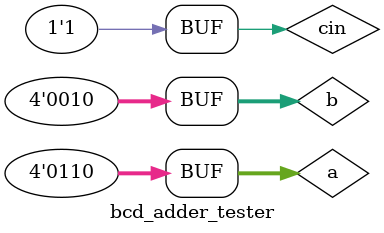
<source format=v>
module bcd_ader(s,cout,a,b,cin);
input [3:0]a,b;
input cin;
output [3:0]s;
output cout;

wire [3:0]s1;
wire c1;
wire [3:0]complement;

xor(complement[0],b[0],cin);
xor(complement[1],b[1],cin);
xor(complement[2],b[2],cin);
xor(complement[3],b[3],cin);

wire [3:1]c2;

full_adder f1(s1[0],c2[1],a[0],complement[0],cin);
full_adder f2(s1[1],c2[2],a[1],complement[1],c2[1]);
full_adder f3(s1[2],c2[3],a[2],complement[2],c2[2]);
full_adder f4(s1[3],c1,a[3],complement[3],c2[3]);

wire ands1s3,ands2s3;

and(ands1s3,s1[1],s1[3]);
and(ands2s3,s1[2],s1[3]);
or(cout,c1,ands1s3,ands2s3);

wire [3:0]bb;
and(bb[0],0);
buf(bb[1],cout);
buf(bb[2],cout);
and(bb[3],0);

wire [4:1]cp;
full_adder f5(s[0],cp[1],s1[0],bb[0],cin);
full_adder f6(s[1],cp[2],s1[1],bb[1],cp[1]);
full_adder f7(s[2],cp[3],s1[2],bb[2],cp[2]);
full_adder f8(s[3],cp[4],s1[3],bb[3],cp[3]);
endmodule


module bcd_adder_tester;
reg [3:0]a,b;
reg cin;
wire [3:0]s;
wire cout;

bcd_ader bcd(s,cout,a,b,cin);
initial begin

#0  a=4'b0001;b=4'b0100;cin=0;
#100 a=4'b1010;b=4'b0001;cin=0;
#100 a=4'b0011;b=4'b0001;cin=0;
#100 a=4'b1100;b=4'b0010;cin=0;
#100 a=4'b1101;b=4'b0011;cin=1;
#100 a=4'b0110;b=4'b0010;cin=1;

end
endmodule

</source>
